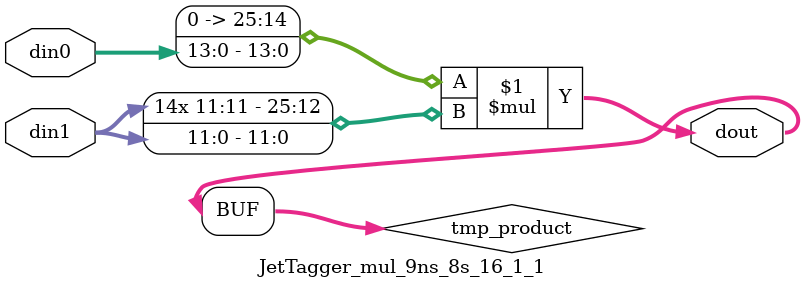
<source format=v>

`timescale 1 ns / 1 ps

  module JetTagger_mul_9ns_8s_16_1_1(din0, din1, dout);
parameter ID = 1;
parameter NUM_STAGE = 0;
parameter din0_WIDTH = 14;
parameter din1_WIDTH = 12;
parameter dout_WIDTH = 26;

input [din0_WIDTH - 1 : 0] din0; 
input [din1_WIDTH - 1 : 0] din1; 
output [dout_WIDTH - 1 : 0] dout;

wire signed [dout_WIDTH - 1 : 0] tmp_product;











assign tmp_product = $signed({1'b0, din0}) * $signed(din1);










assign dout = tmp_product;







endmodule

</source>
